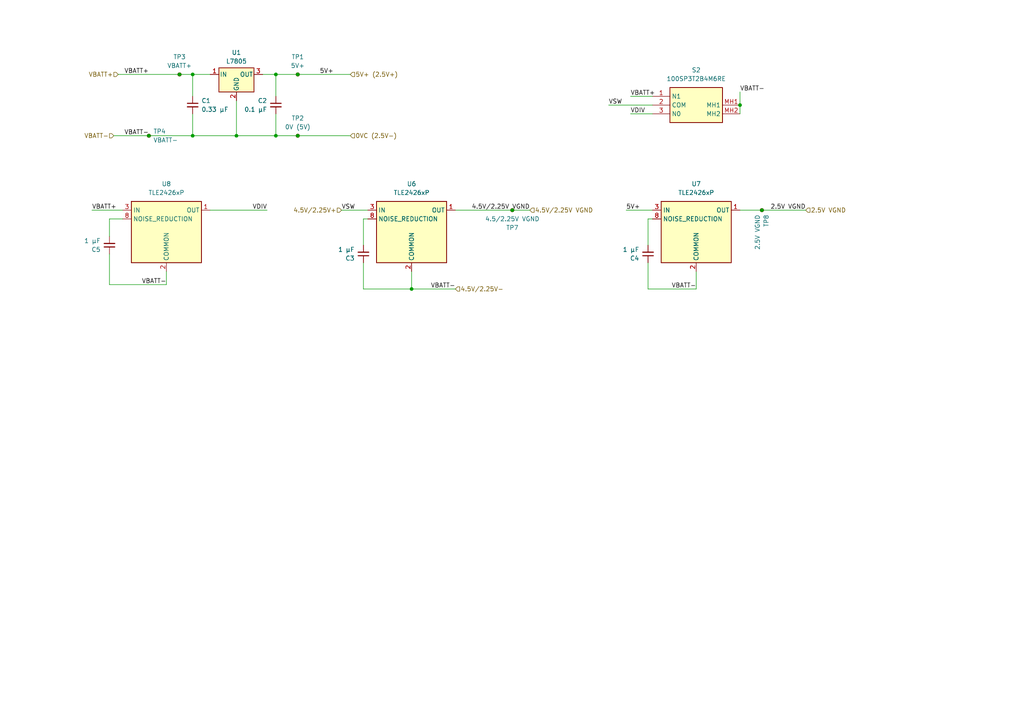
<source format=kicad_sch>
(kicad_sch (version 20250114) (generator "eeschema") (generator_version "9.0")
  (paper "A4")
  (lib_symbols
    (symbol "100SP3T2B4M6RE:100SP3T2B4M6RE"
      (property "Reference" "S" (at 21.59 7.62 0))
      (property "Value" "100SP3T2B4M6RE" (at 21.59 5.08 0))
      (symbol "100SP3T2B4M6RE_1_1"
        (rectangle (start 5.08 2.54) (end 20.32 -7.62) (stroke (width 0.254)) (fill (type background)))
        (pin passive line (at 0 0 0) (length 5.08) (name "MH2") (number "MH2"))
        (pin passive line (at 0 -2.54 0) (length 5.08) (name "MH1") (number "MH1"))
        (pin passive line (at 25.4 0 180) (length 5.08) (name "N0") (number "3"))
        (pin passive line (at 25.4 -2.54 180) (length 5.08) (name "COM") (number "2"))
        (pin passive line (at 25.4 -5.08 180) (length 5.08) (name "N1") (number "1"))
      )
    )
    (symbol "Connector:TestPoint_Small" (pin_numbers (hide yes)) (pin_names (offset 0.762) (hide yes))
      (property "Reference" "TP" (at 0 3.81 0))
      (property "Value" "TestPoint_Small" (at 0 2.032 0))
      (symbol "TestPoint_Small_0_1"
        (circle (center 0 0) (radius 0.508))
      )
      (symbol "TestPoint_Small_1_1"
        (pin passive line (at 0 0 90) (length 0) (name "1") (number "1"))
      )
    )
    (symbol "Device:C_Small" (pin_numbers (hide yes)) (pin_names (offset 0.254) (hide yes))
      (property "Reference" "C" (at 0.254 1.778 0))
      (property "Value" "C_Small" (at 0.254 -2.032 0))
      (symbol "C_Small_0_1"
        (polyline (pts (xy -1.524 0.508) (xy 1.524 0.508)) (stroke (width 0.3048)))
        (polyline (pts (xy -1.524 -0.508) (xy 1.524 -0.508)) (stroke (width 0.3302)))
      )
      (symbol "C_Small_1_1"
        (pin passive line (at 0 2.54 270) (length 2.032) (name "~") (number "1"))
        (pin passive line (at 0 -2.54 90) (length 2.032) (name "~") (number "2"))
      )
    )
    (symbol "Reference_Voltage:TLE2426xP"
      (property "Reference" "U" (at -10.414 8.89 0))
      (property "Value" "TLE2426xP" (at 10.16 8.89 0))
      (symbol "TLE2426xP_0_1"
        (rectangle (start -10.16 7.62) (end 10.16 -10.16) (stroke (width 0.254)) (fill (type background)))
      )
      (symbol "TLE2426xP_1_1"
        (pin power_in line (at -12.7 5.08 0) (length 2.54) (name "IN") (number "3"))
        (pin passive line (at -12.7 2.54 0) (length 2.54) (name "NOISE_REDUCTION") (number "8"))
        (pin no_connect line (at -10.16 0 0) (length 2.54) (hide yes) (name "NC") (number "4"))
        (pin no_connect line (at -10.16 -2.54 0) (length 2.54) (hide yes) (name "NC") (number "5"))
        (pin power_in line (at 0 -12.7 90) (length 2.54) (name "COMMON") (number "2"))
        (pin no_connect line (at 10.16 0 180) (length 2.54) (hide yes) (name "NC") (number "6"))
        (pin no_connect line (at 10.16 -2.54 180) (length 2.54) (hide yes) (name "NC") (number "7"))
        (pin power_out line (at 12.7 5.08 180) (length 2.54) (name "OUT") (number "1"))
      )
    )
    (symbol "Regulator_Linear:L7805" (pin_names (offset 0.254))
      (property "Reference" "U" (at -3.81 3.175 0))
      (property "Value" "L7805" (at 0 3.175 0))
      (symbol "L7805_0_1"
        (rectangle (start -5.08 1.905) (end 5.08 -5.08) (stroke (width 0.254)) (fill (type background)))
      )
      (symbol "L7805_1_1"
        (pin power_in line (at -7.62 0 0) (length 2.54) (name "IN") (number "1"))
        (pin power_in line (at 0 -7.62 90) (length 2.54) (name "GND") (number "2"))
        (pin power_out line (at 7.62 0 180) (length 2.54) (name "OUT") (number "3"))
      )
    )
  )
  (junction (at 220.98 60.96))
  (junction (at 119.38 83.82))
  (junction (at 86.36 39.37))
  (junction (at 86.36 21.59))
  (junction (at 52.07 21.59))
  (junction (at 68.58 39.37))
  (junction (at 55.88 39.37))
  (junction (at 148.59 60.96))
  (junction (at 43.18 39.37))
  (junction (at 80.01 21.59))
  (junction (at 214.63 30.48))
  (junction (at 55.88 21.59))
  (junction (at 80.01 39.37))
  (wire (pts (xy 80.01 21.59) (xy 86.36 21.59)))
  (wire (pts (xy 48.26 82.55) (xy 48.26 78.74)))
  (wire (pts (xy 119.38 83.82) (xy 119.38 78.74)))
  (wire (pts (xy 76.2 21.59) (xy 80.01 21.59)))
  (wire (pts (xy 86.36 21.59) (xy 101.6 21.59)))
  (wire (pts (xy 68.58 29.21) (xy 68.58 39.37)))
  (wire (pts (xy 187.96 83.82) (xy 201.93 83.82)))
  (wire (pts (xy 182.88 27.94) (xy 189.23 27.94)))
  (wire (pts (xy 105.41 76.2) (xy 105.41 83.82)))
  (wire (pts (xy 105.41 63.5) (xy 105.41 71.12)))
  (wire (pts (xy 80.01 39.37) (xy 80.01 33.02)))
  (wire (pts (xy 31.75 68.58) (xy 31.75 63.5)))
  (wire (pts (xy 105.41 83.82) (xy 119.38 83.82)))
  (wire (pts (xy 55.88 21.59) (xy 55.88 27.94)))
  (wire (pts (xy 148.59 60.96) (xy 153.67 60.96)))
  (wire (pts (xy 86.36 39.37) (xy 101.6 39.37)))
  (wire (pts (xy 182.88 33.02) (xy 189.23 33.02)))
  (wire (pts (xy 132.08 60.96) (xy 148.59 60.96)))
  (wire (pts (xy 220.98 60.96) (xy 214.63 60.96)))
  (wire (pts (xy 201.93 83.82) (xy 201.93 78.74)))
  (wire (pts (xy 176.53 30.48) (xy 189.23 30.48)))
  (wire (pts (xy 26.67 60.96) (xy 35.56 60.96)))
  (wire (pts (xy 33.02 39.37) (xy 43.18 39.37)))
  (wire (pts (xy 68.58 39.37) (xy 80.01 39.37)))
  (wire (pts (xy 214.63 26.67) (xy 214.63 30.48)))
  (wire (pts (xy 80.01 21.59) (xy 80.01 27.94)))
  (wire (pts (xy 106.68 63.5) (xy 105.41 63.5)))
  (wire (pts (xy 220.98 60.96) (xy 233.68 60.96)))
  (wire (pts (xy 31.75 82.55) (xy 48.26 82.55)))
  (wire (pts (xy 77.47 60.96) (xy 60.96 60.96)))
  (wire (pts (xy 55.88 39.37) (xy 68.58 39.37)))
  (wire (pts (xy 60.96 21.59) (xy 55.88 21.59)))
  (wire (pts (xy 31.75 63.5) (xy 35.56 63.5)))
  (wire (pts (xy 187.96 76.2) (xy 187.96 83.82)))
  (wire (pts (xy 189.23 63.5) (xy 187.96 63.5)))
  (wire (pts (xy 55.88 33.02) (xy 55.88 39.37)))
  (wire (pts (xy 34.29 21.59) (xy 52.07 21.59)))
  (wire (pts (xy 99.06 60.96) (xy 106.68 60.96)))
  (wire (pts (xy 119.38 83.82) (xy 132.08 83.82)))
  (wire (pts (xy 214.63 30.48) (xy 214.63 33.02)))
  (wire (pts (xy 187.96 63.5) (xy 187.96 71.12)))
  (wire (pts (xy 181.61 60.96) (xy 189.23 60.96)))
  (wire (pts (xy 43.18 39.37) (xy 55.88 39.37)))
  (wire (pts (xy 52.07 21.59) (xy 55.88 21.59)))
  (wire (pts (xy 31.75 73.66) (xy 31.75 82.55)))
  (wire (pts (xy 80.01 39.37) (xy 86.36 39.37)))
  (label "5V+" (at 181.61 60.96 0))
  (label "VSW" (at 99.06 60.96 0))
  (label "VBATT+" (at 182.88 27.94 0))
  (label "VBATT+" (at 43.18 21.59 180))
  (label "VBATT-" (at 43.18 39.37 180))
  (label "VBATT-" (at 132.08 83.82 180))
  (label "VDIV" (at 77.47 60.96 180))
  (label "4.5V{slash}2.25V VGND" (at 153.67 60.96 180))
  (label "VDIV" (at 182.88 33.02 0))
  (label "2.5V VGND" (at 233.68 60.96 180))
  (label "VSW" (at 176.53 30.48 0))
  (label "5V+" (at 92.71 21.59 0))
  (label "VBATT-" (at 214.63 26.67 0))
  (label "VBATT+" (at 26.67 60.96 0))
  (label "VBATT-" (at 48.26 82.55 180))
  (label "VBATT-" (at 201.93 83.82 180))
  (hierarchical_label "4.5V{slash}2.25V+" (shape input) (at 99.06 60.96 180))
  (hierarchical_label "VBATT-" (shape input) (at 33.02 39.37 180))
  (hierarchical_label "VBATT+" (shape input) (at 34.29 21.59 180))
  (hierarchical_label "0VC (2.5V-)" (shape input) (at 101.6 39.37 0))
  (hierarchical_label "2.5V VGND" (shape input) (at 233.68 60.96 0))
  (hierarchical_label "4.5V{slash}2.25V VGND" (shape input) (at 153.67 60.96 0))
  (hierarchical_label "5V+ (2.5V+)" (shape input) (at 101.6 21.59 0))
  (hierarchical_label "4.5V{slash}2.25V-" (shape input) (at 132.08 83.82 0))
  (symbol (lib_id "Connector:TestPoint_Small") (at 148.59 60.96 90) (mirror x) (unit 1)
    (property "Reference" "TP7" (at 148.59 66.04 90))
    (property "Value" "4.5/2.25V VGND" (at 148.59 63.5 90))
    (property "Description" "test point" (effects (hide yes)))
  )
  (symbol (lib_id "Device:C_Small") (at 105.41 73.66 180) (unit 1)
    (property "Reference" "C3" (at 102.87 74.9238 0) (effects (justify left)))
    (property "Value" "1 µF" (at 102.87 72.3838 0) (effects (justify left)))
    (property "Description" "Unpolarized capacitor, small symbol" (effects (hide yes)))
  )
  (symbol (lib_id "Reference_Voltage:TLE2426xP") (at 119.38 66.04 0) (unit 1)
    (property "Reference" "U6" (at 119.38 53.34 0))
    (property "Value" "TLE2426xP" (at 119.38 55.88 0))
    (property "Footprint" "Package_DIP:DIP-8_W7.62mm" (effects (hide yes)))
    (property "Datasheet" "http://www.ti.com/lit/ds/symlink/tle2426.pdf" (effects (hide yes)))
    (property "Description" "Precision virtual ground, noise reduction pin, 4V to 40V input, DIP-8" (effects (hide yes)))
  )
  (symbol (lib_id "Connector:TestPoint_Small") (at 43.18 39.37 0) (unit 1)
    (property "Reference" "TP4" (at 44.45 38.0999 0) (effects (justify left)))
    (property "Value" "VBATT-" (at 44.45 40.6399 0) (effects (justify left)))
    (property "Description" "test point" (effects (hide yes)))
  )
  (symbol (lib_id "Regulator_Linear:L7805") (at 68.58 21.59 0) (unit 1)
    (property "Reference" "U1" (at 68.58 15.24 0))
    (property "Value" "L7805" (at 68.58 17.78 0))
    (property "Datasheet" "http://www.st.com/content/ccc/resource/technical/document/datasheet/41/4f/b3/b0/12/d4/47/88/CD00000444.pdf/files/CD00000444.pdf/jcr:content/translations/en.CD00000444.pdf" (effects (hide yes)))
    (property "Description" "Positive 1.5A 35V Linear Regulator, Fixed Output 5V, TO-220/TO-263/TO-252" (effects (hide yes)))
  )
  (symbol (lib_id "100SP3T2B4M6RE:100SP3T2B4M6RE") (at 214.63 33.02 180) (unit 1)
    (property "Reference" "S2" (at 201.93 20.32 0))
    (property "Value" "100SP3T2B4M6RE" (at 201.93 22.86 0))
    (property "Footprint" "100SP3T2B4M6RE" (effects (hide yes)))
    (property "Datasheet" "https://configured-product-images.s3.amazonaws.com/2D/specs/100SP3T2B4M6RE.pdf" (effects (hide yes)))
    (property "Description" "TOGGLE, 0.4VA, 20VAC/VDC SPDT, On-Off-On Through Hole, Right Angle" (effects (hide yes)))
    (property "Height" "6.86" (effects (hide yes)))
    (property "Manufacturer_Name" "E-Switch" (effects (hide yes)))
    (property "Manufacturer_Part_Number" "100SP3T2B4M6RE" (effects (hide yes)))
    (property "Mouser Part Number" "612-100-C2462" (effects (hide yes)))
    (property "Mouser Price/Stock" "https://www.mouser.co.uk/ProductDetail/E-Switch/100SP3T2B4M6RE?qs=YXf4ACKMM4zivesIduNYcw%3D%3D" (effects (hide yes)))
  )
  (symbol (lib_id "Device:C_Small") (at 80.01 30.48 0) (mirror y) (unit 1)
    (property "Reference" "C2" (at 77.47 29.2162 0) (effects (justify left)))
    (property "Value" "0.1 µF" (at 77.47 31.7562 0) (effects (justify left)))
    (property "Description" "Unpolarized capacitor, small symbol" (effects (hide yes)))
  )
  (symbol (lib_id "Connector:TestPoint_Small") (at 86.36 21.59 90) (unit 1)
    (property "Reference" "TP1" (at 86.36 16.51 90))
    (property "Value" "5V+" (at 86.36 19.05 90))
    (property "Description" "test point" (effects (hide yes)))
  )
  (symbol (lib_id "Device:C_Small") (at 187.96 73.66 180) (unit 1)
    (property "Reference" "C4" (at 185.42 74.9238 0) (effects (justify left)))
    (property "Value" "1 µF" (at 185.42 72.3838 0) (effects (justify left)))
    (property "Description" "Unpolarized capacitor, small symbol" (effects (hide yes)))
  )
  (symbol (lib_id "Connector:TestPoint_Small") (at 220.98 60.96 0) (mirror x) (unit 1)
    (property "Reference" "TP8" (at 222.2501 62.23 90) (effects (justify left)))
    (property "Value" "2.5V VGND" (at 219.7101 62.23 90) (effects (justify left)))
    (property "Description" "test point" (effects (hide yes)))
  )
  (symbol (lib_id "Device:C_Small") (at 31.75 71.12 180) (unit 1)
    (property "Reference" "C5" (at 29.21 72.3838 0) (effects (justify left)))
    (property "Value" "1 µF" (at 29.21 69.8438 0) (effects (justify left)))
    (property "Description" "Unpolarized capacitor, small symbol" (effects (hide yes)))
  )
  (symbol (lib_id "Device:C_Small") (at 55.88 30.48 0) (unit 1)
    (property "Reference" "C1" (at 58.42 29.2162 0) (effects (justify left)))
    (property "Value" "0.33 µF" (at 58.42 31.7562 0) (effects (justify left)))
    (property "Description" "Unpolarized capacitor, small symbol" (effects (hide yes)))
  )
  (symbol (lib_id "Reference_Voltage:TLE2426xP") (at 48.26 66.04 0) (unit 1)
    (property "Reference" "U8" (at 48.26 53.34 0))
    (property "Value" "TLE2426xP" (at 48.26 55.88 0))
    (property "Footprint" "Package_DIP:DIP-8_W7.62mm" (effects (hide yes)))
    (property "Datasheet" "http://www.ti.com/lit/ds/symlink/tle2426.pdf" (effects (hide yes)))
    (property "Description" "Precision virtual ground, noise reduction pin, 4V to 40V input, DIP-8" (effects (hide yes)))
  )
  (symbol (lib_id "Connector:TestPoint_Small") (at 86.36 39.37 90) (unit 1)
    (property "Reference" "TP2" (at 86.36 34.29 90))
    (property "Value" "0V (5V)" (at 86.36 36.83 90))
    (property "Description" "test point" (effects (hide yes)))
  )
  (symbol (lib_id "Connector:TestPoint_Small") (at 52.07 21.59 90) (unit 1)
    (property "Reference" "TP3" (at 52.07 16.51 90))
    (property "Value" "VBATT+" (at 52.07 19.05 90))
    (property "Description" "test point" (effects (hide yes)))
  )
  (symbol (lib_id "Reference_Voltage:TLE2426xP") (at 201.93 66.04 0) (unit 1)
    (property "Reference" "U7" (at 201.93 53.34 0))
    (property "Value" "TLE2426xP" (at 201.93 55.88 0))
    (property "Footprint" "Package_DIP:DIP-8_W7.62mm" (effects (hide yes)))
    (property "Datasheet" "http://www.ti.com/lit/ds/symlink/tle2426.pdf" (effects (hide yes)))
    (property "Description" "Precision virtual ground, noise reduction pin, 4V to 40V input, DIP-8" (effects (hide yes)))
  )
)
</source>
